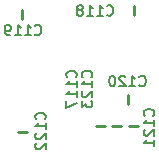
<source format=gbo>
%TF.GenerationSoftware,KiCad,Pcbnew,(6.0.5)*%
%TF.CreationDate,2022-08-23T15:07:46-04:00*%
%TF.ProjectId,UMDv3,554d4476-332e-46b6-9963-61645f706362,rev?*%
%TF.SameCoordinates,Original*%
%TF.FileFunction,Legend,Bot*%
%TF.FilePolarity,Positive*%
%FSLAX46Y46*%
G04 Gerber Fmt 4.6, Leading zero omitted, Abs format (unit mm)*
G04 Created by KiCad (PCBNEW (6.0.5)) date 2022-08-23 15:07:46*
%MOMM*%
%LPD*%
G01*
G04 APERTURE LIST*
%ADD10C,0.203200*%
%ADD11C,0.254000*%
G04 APERTURE END LIST*
D10*
%TO.C,C117*%
X151549100Y-105939166D02*
X151591433Y-105896833D01*
X151633766Y-105769833D01*
X151633766Y-105685166D01*
X151591433Y-105558166D01*
X151506766Y-105473500D01*
X151422100Y-105431166D01*
X151252766Y-105388833D01*
X151125766Y-105388833D01*
X150956433Y-105431166D01*
X150871766Y-105473500D01*
X150787100Y-105558166D01*
X150744766Y-105685166D01*
X150744766Y-105769833D01*
X150787100Y-105896833D01*
X150829433Y-105939166D01*
X151633766Y-106785833D02*
X151633766Y-106277833D01*
X151633766Y-106531833D02*
X150744766Y-106531833D01*
X150871766Y-106447166D01*
X150956433Y-106362500D01*
X150998766Y-106277833D01*
X151633766Y-107632500D02*
X151633766Y-107124500D01*
X151633766Y-107378500D02*
X150744766Y-107378500D01*
X150871766Y-107293833D01*
X150956433Y-107209166D01*
X150998766Y-107124500D01*
X150744766Y-107928833D02*
X150744766Y-108521500D01*
X151633766Y-108140500D01*
%TO.C,C118*%
X154156833Y-100647500D02*
X154199166Y-100689833D01*
X154326166Y-100732166D01*
X154410833Y-100732166D01*
X154537833Y-100689833D01*
X154622500Y-100605166D01*
X154664833Y-100520500D01*
X154707166Y-100351166D01*
X154707166Y-100224166D01*
X154664833Y-100054833D01*
X154622500Y-99970166D01*
X154537833Y-99885500D01*
X154410833Y-99843166D01*
X154326166Y-99843166D01*
X154199166Y-99885500D01*
X154156833Y-99927833D01*
X153310166Y-100732166D02*
X153818166Y-100732166D01*
X153564166Y-100732166D02*
X153564166Y-99843166D01*
X153648833Y-99970166D01*
X153733500Y-100054833D01*
X153818166Y-100097166D01*
X152463500Y-100732166D02*
X152971500Y-100732166D01*
X152717500Y-100732166D02*
X152717500Y-99843166D01*
X152802166Y-99970166D01*
X152886833Y-100054833D01*
X152971500Y-100097166D01*
X151955500Y-100224166D02*
X152040166Y-100181833D01*
X152082500Y-100139500D01*
X152124833Y-100054833D01*
X152124833Y-100012500D01*
X152082500Y-99927833D01*
X152040166Y-99885500D01*
X151955500Y-99843166D01*
X151786166Y-99843166D01*
X151701500Y-99885500D01*
X151659166Y-99927833D01*
X151616833Y-100012500D01*
X151616833Y-100054833D01*
X151659166Y-100139500D01*
X151701500Y-100181833D01*
X151786166Y-100224166D01*
X151955500Y-100224166D01*
X152040166Y-100266500D01*
X152082500Y-100308833D01*
X152124833Y-100393500D01*
X152124833Y-100562833D01*
X152082500Y-100647500D01*
X152040166Y-100689833D01*
X151955500Y-100732166D01*
X151786166Y-100732166D01*
X151701500Y-100689833D01*
X151659166Y-100647500D01*
X151616833Y-100562833D01*
X151616833Y-100393500D01*
X151659166Y-100308833D01*
X151701500Y-100266500D01*
X151786166Y-100224166D01*
%TO.C,C120*%
X156925433Y-106641900D02*
X156967766Y-106684233D01*
X157094766Y-106726566D01*
X157179433Y-106726566D01*
X157306433Y-106684233D01*
X157391100Y-106599566D01*
X157433433Y-106514900D01*
X157475766Y-106345566D01*
X157475766Y-106218566D01*
X157433433Y-106049233D01*
X157391100Y-105964566D01*
X157306433Y-105879900D01*
X157179433Y-105837566D01*
X157094766Y-105837566D01*
X156967766Y-105879900D01*
X156925433Y-105922233D01*
X156078766Y-106726566D02*
X156586766Y-106726566D01*
X156332766Y-106726566D02*
X156332766Y-105837566D01*
X156417433Y-105964566D01*
X156502100Y-106049233D01*
X156586766Y-106091566D01*
X155740100Y-105922233D02*
X155697766Y-105879900D01*
X155613100Y-105837566D01*
X155401433Y-105837566D01*
X155316766Y-105879900D01*
X155274433Y-105922233D01*
X155232100Y-106006900D01*
X155232100Y-106091566D01*
X155274433Y-106218566D01*
X155782433Y-106726566D01*
X155232100Y-106726566D01*
X154681766Y-105837566D02*
X154597100Y-105837566D01*
X154512433Y-105879900D01*
X154470100Y-105922233D01*
X154427766Y-106006900D01*
X154385433Y-106176233D01*
X154385433Y-106387900D01*
X154427766Y-106557233D01*
X154470100Y-106641900D01*
X154512433Y-106684233D01*
X154597100Y-106726566D01*
X154681766Y-106726566D01*
X154766433Y-106684233D01*
X154808766Y-106641900D01*
X154851100Y-106557233D01*
X154893433Y-106387900D01*
X154893433Y-106176233D01*
X154851100Y-106006900D01*
X154808766Y-105922233D01*
X154766433Y-105879900D01*
X154681766Y-105837566D01*
%TO.C,C121*%
X158102300Y-109190366D02*
X158144633Y-109148033D01*
X158186966Y-109021033D01*
X158186966Y-108936366D01*
X158144633Y-108809366D01*
X158059966Y-108724700D01*
X157975300Y-108682366D01*
X157805966Y-108640033D01*
X157678966Y-108640033D01*
X157509633Y-108682366D01*
X157424966Y-108724700D01*
X157340300Y-108809366D01*
X157297966Y-108936366D01*
X157297966Y-109021033D01*
X157340300Y-109148033D01*
X157382633Y-109190366D01*
X158186966Y-110037033D02*
X158186966Y-109529033D01*
X158186966Y-109783033D02*
X157297966Y-109783033D01*
X157424966Y-109698366D01*
X157509633Y-109613700D01*
X157551966Y-109529033D01*
X157382633Y-110375700D02*
X157340300Y-110418033D01*
X157297966Y-110502700D01*
X157297966Y-110714366D01*
X157340300Y-110799033D01*
X157382633Y-110841366D01*
X157467300Y-110883700D01*
X157551966Y-110883700D01*
X157678966Y-110841366D01*
X158186966Y-110333366D01*
X158186966Y-110883700D01*
X158186966Y-111730366D02*
X158186966Y-111222366D01*
X158186966Y-111476366D02*
X157297966Y-111476366D01*
X157424966Y-111391700D01*
X157509633Y-111307033D01*
X157551966Y-111222366D01*
%TO.C,C122*%
X148907500Y-109495166D02*
X148949833Y-109452833D01*
X148992166Y-109325833D01*
X148992166Y-109241166D01*
X148949833Y-109114166D01*
X148865166Y-109029500D01*
X148780500Y-108987166D01*
X148611166Y-108944833D01*
X148484166Y-108944833D01*
X148314833Y-108987166D01*
X148230166Y-109029500D01*
X148145500Y-109114166D01*
X148103166Y-109241166D01*
X148103166Y-109325833D01*
X148145500Y-109452833D01*
X148187833Y-109495166D01*
X148992166Y-110341833D02*
X148992166Y-109833833D01*
X148992166Y-110087833D02*
X148103166Y-110087833D01*
X148230166Y-110003166D01*
X148314833Y-109918500D01*
X148357166Y-109833833D01*
X148187833Y-110680500D02*
X148145500Y-110722833D01*
X148103166Y-110807500D01*
X148103166Y-111019166D01*
X148145500Y-111103833D01*
X148187833Y-111146166D01*
X148272500Y-111188500D01*
X148357166Y-111188500D01*
X148484166Y-111146166D01*
X148992166Y-110638166D01*
X148992166Y-111188500D01*
X148187833Y-111527166D02*
X148145500Y-111569500D01*
X148103166Y-111654166D01*
X148103166Y-111865833D01*
X148145500Y-111950500D01*
X148187833Y-111992833D01*
X148272500Y-112035166D01*
X148357166Y-112035166D01*
X148484166Y-111992833D01*
X148992166Y-111484833D01*
X148992166Y-112035166D01*
%TO.C,C123*%
X152844500Y-105939166D02*
X152886833Y-105896833D01*
X152929166Y-105769833D01*
X152929166Y-105685166D01*
X152886833Y-105558166D01*
X152802166Y-105473500D01*
X152717500Y-105431166D01*
X152548166Y-105388833D01*
X152421166Y-105388833D01*
X152251833Y-105431166D01*
X152167166Y-105473500D01*
X152082500Y-105558166D01*
X152040166Y-105685166D01*
X152040166Y-105769833D01*
X152082500Y-105896833D01*
X152124833Y-105939166D01*
X152929166Y-106785833D02*
X152929166Y-106277833D01*
X152929166Y-106531833D02*
X152040166Y-106531833D01*
X152167166Y-106447166D01*
X152251833Y-106362500D01*
X152294166Y-106277833D01*
X152124833Y-107124500D02*
X152082500Y-107166833D01*
X152040166Y-107251500D01*
X152040166Y-107463166D01*
X152082500Y-107547833D01*
X152124833Y-107590166D01*
X152209500Y-107632500D01*
X152294166Y-107632500D01*
X152421166Y-107590166D01*
X152929166Y-107082166D01*
X152929166Y-107632500D01*
X152040166Y-107928833D02*
X152040166Y-108479166D01*
X152378833Y-108182833D01*
X152378833Y-108309833D01*
X152421166Y-108394500D01*
X152463500Y-108436833D01*
X152548166Y-108479166D01*
X152759833Y-108479166D01*
X152844500Y-108436833D01*
X152886833Y-108394500D01*
X152929166Y-108309833D01*
X152929166Y-108055833D01*
X152886833Y-107971166D01*
X152844500Y-107928833D01*
%TO.C,C119*%
X148086233Y-102323900D02*
X148128566Y-102366233D01*
X148255566Y-102408566D01*
X148340233Y-102408566D01*
X148467233Y-102366233D01*
X148551900Y-102281566D01*
X148594233Y-102196900D01*
X148636566Y-102027566D01*
X148636566Y-101900566D01*
X148594233Y-101731233D01*
X148551900Y-101646566D01*
X148467233Y-101561900D01*
X148340233Y-101519566D01*
X148255566Y-101519566D01*
X148128566Y-101561900D01*
X148086233Y-101604233D01*
X147239566Y-102408566D02*
X147747566Y-102408566D01*
X147493566Y-102408566D02*
X147493566Y-101519566D01*
X147578233Y-101646566D01*
X147662900Y-101731233D01*
X147747566Y-101773566D01*
X146392900Y-102408566D02*
X146900900Y-102408566D01*
X146646900Y-102408566D02*
X146646900Y-101519566D01*
X146731566Y-101646566D01*
X146816233Y-101731233D01*
X146900900Y-101773566D01*
X145969566Y-102408566D02*
X145800233Y-102408566D01*
X145715566Y-102366233D01*
X145673233Y-102323900D01*
X145588566Y-102196900D01*
X145546233Y-102027566D01*
X145546233Y-101688900D01*
X145588566Y-101604233D01*
X145630900Y-101561900D01*
X145715566Y-101519566D01*
X145884900Y-101519566D01*
X145969566Y-101561900D01*
X146011900Y-101604233D01*
X146054233Y-101688900D01*
X146054233Y-101900566D01*
X146011900Y-101985233D01*
X145969566Y-102027566D01*
X145884900Y-102069900D01*
X145715566Y-102069900D01*
X145630900Y-102027566D01*
X145588566Y-101985233D01*
X145546233Y-101900566D01*
D11*
%TO.C,C117*%
X154000200Y-110109000D02*
X153238200Y-110109000D01*
%TO.C,C118*%
X156464000Y-99949000D02*
X156464000Y-100711000D01*
%TO.C,C120*%
X155930600Y-107416600D02*
X155930600Y-108178600D01*
%TO.C,C121*%
X156794200Y-110109000D02*
X156032200Y-110109000D01*
%TO.C,C122*%
X147447000Y-110617000D02*
X146685000Y-110617000D01*
%TO.C,C123*%
X155397200Y-110109000D02*
X154635200Y-110109000D01*
%TO.C,C119*%
X147015200Y-101041200D02*
X147015200Y-100279200D01*
%TD*%
M02*

</source>
